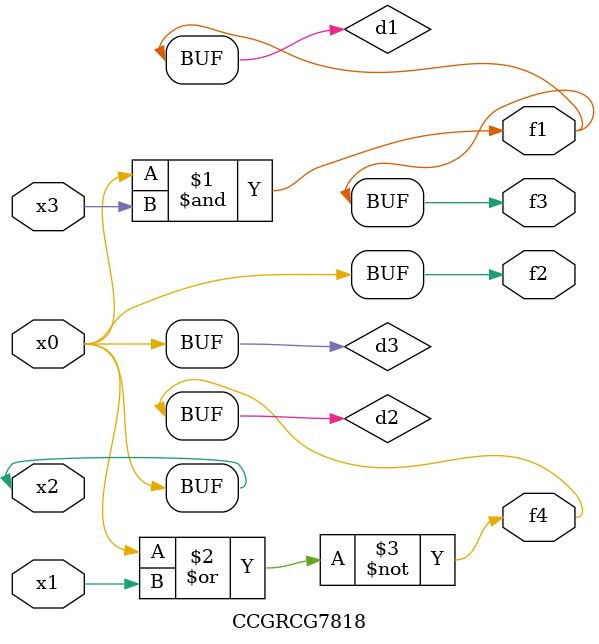
<source format=v>
module CCGRCG7818(
	input x0, x1, x2, x3,
	output f1, f2, f3, f4
);

	wire d1, d2, d3;

	and (d1, x2, x3);
	nor (d2, x0, x1);
	buf (d3, x0, x2);
	assign f1 = d1;
	assign f2 = d3;
	assign f3 = d1;
	assign f4 = d2;
endmodule

</source>
